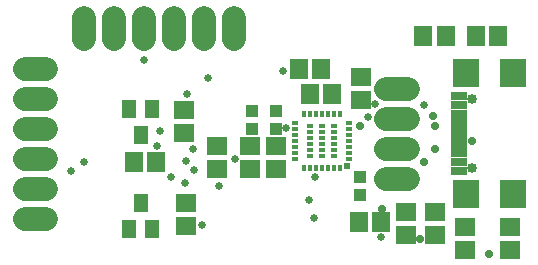
<source format=gbr>
G04 EAGLE Gerber X2 export*
%TF.Part,Single*%
%TF.FileFunction,Soldermask,Top,1*%
%TF.FilePolarity,Positive*%
%TF.GenerationSoftware,Autodesk,EAGLE,9.6.2*%
%TF.CreationDate,2022-05-14T18:51:59Z*%
G75*
%MOMM*%
%FSLAX46Y46*%
%LPD*%
%INSoldermask Top*%
%AMOC8*
5,1,8,0,0,1.08239X$1,22.5*%
G01*
%ADD10R,1.703200X1.503200*%
%ADD11R,1.503200X1.703200*%
%ADD12R,0.600000X0.300000*%
%ADD13R,0.300000X0.600000*%
%ADD14R,0.500000X0.500000*%
%ADD15C,2.032000*%
%ADD16R,1.003200X1.003200*%
%ADD17R,1.203200X1.603200*%
%ADD18R,1.353200X0.803200*%
%ADD19R,1.353200X0.503200*%
%ADD20R,2.203200X2.383200*%
%ADD21C,0.853200*%
%ADD22C,0.705600*%
%ADD23C,0.655600*%


D10*
X31242000Y14290000D03*
X31242000Y16190000D03*
D11*
X40960000Y19685000D03*
X42860000Y19685000D03*
D12*
X30240000Y9295000D03*
X30240000Y9795000D03*
X30240000Y10295000D03*
X30240000Y10795000D03*
X30240000Y11295000D03*
X30240000Y11795000D03*
X30240000Y12295000D03*
D13*
X29440000Y13095000D03*
X28940000Y13095000D03*
X28440000Y13095000D03*
X27940000Y13095000D03*
X27440000Y13095000D03*
X26940000Y13095000D03*
X26440000Y13095000D03*
D12*
X25640000Y12295000D03*
X25640000Y11795000D03*
X25640000Y11295000D03*
X25640000Y10795000D03*
X25640000Y10295000D03*
X25640000Y9795000D03*
X25640000Y9295000D03*
D13*
X26440000Y8495000D03*
X26940000Y8495000D03*
X27440000Y8495000D03*
X27940000Y8495000D03*
X28440000Y8495000D03*
X28940000Y8495000D03*
X29440000Y8495000D03*
D14*
X30042500Y8692500D03*
D12*
X28940000Y9545000D03*
X27940000Y9545000D03*
X26940000Y9545000D03*
X28940000Y10045000D03*
X27940000Y10045000D03*
X26940000Y10045000D03*
X28940000Y10545000D03*
X27940000Y10545000D03*
X26940000Y10545000D03*
X28940000Y11045000D03*
X27940000Y11045000D03*
X26940000Y11045000D03*
X28940000Y11545000D03*
X27940000Y11545000D03*
X26940000Y11545000D03*
X28940000Y12045000D03*
X27940000Y12045000D03*
X26940000Y12045000D03*
D15*
X33375600Y7620000D02*
X35204400Y7620000D01*
X35204400Y10160000D02*
X33375600Y10160000D01*
X33375600Y12700000D02*
X35204400Y12700000D01*
X35204400Y15240000D02*
X33375600Y15240000D01*
X4597400Y16891000D02*
X2768600Y16891000D01*
X2768600Y14351000D02*
X4597400Y14351000D01*
X4597400Y11811000D02*
X2768600Y11811000D01*
X2768600Y9271000D02*
X4597400Y9271000D01*
X4597400Y6731000D02*
X2768600Y6731000D01*
X2768600Y4191000D02*
X4597400Y4191000D01*
X20447000Y19405600D02*
X20447000Y21234400D01*
X17907000Y21234400D02*
X17907000Y19405600D01*
X15367000Y19405600D02*
X15367000Y21234400D01*
X12827000Y21234400D02*
X12827000Y19405600D01*
X10287000Y19405600D02*
X10287000Y21234400D01*
X7747000Y21234400D02*
X7747000Y19405600D01*
D16*
X31115000Y6235000D03*
X31115000Y7735000D03*
X21971000Y11823000D03*
X21971000Y13323000D03*
X24003000Y11823000D03*
X24003000Y13323000D03*
D17*
X12573000Y11346000D03*
X11623000Y13546000D03*
X13523000Y13546000D03*
X12573000Y5545000D03*
X13523000Y3345000D03*
X11623000Y3345000D03*
D10*
X35052000Y4760000D03*
X35052000Y2860000D03*
D11*
X31054000Y3937000D03*
X32954000Y3937000D03*
D10*
X21844000Y8448000D03*
X21844000Y10348000D03*
X24003000Y8448000D03*
X24003000Y10348000D03*
D11*
X25974000Y16891000D03*
X27874000Y16891000D03*
D10*
X19050000Y8448000D03*
X19050000Y10348000D03*
D11*
X13904000Y9017000D03*
X12004000Y9017000D03*
X28813800Y14782800D03*
X26913800Y14782800D03*
X36515000Y19685000D03*
X38415000Y19685000D03*
D10*
X16256000Y13396000D03*
X16256000Y11496000D03*
X16383000Y3622000D03*
X16383000Y5522000D03*
X40005000Y3490000D03*
X40005000Y1590000D03*
X43815000Y3490000D03*
X43815000Y1590000D03*
X37465000Y4760000D03*
X37465000Y2860000D03*
D18*
X39565000Y8230000D03*
X39565000Y9030000D03*
X39565000Y13830000D03*
X39565000Y14630000D03*
D19*
X39565000Y9680000D03*
X39565000Y13180000D03*
X39565000Y10180000D03*
X39565000Y12680000D03*
X39565000Y10680000D03*
X39565000Y12180000D03*
X39565000Y11180000D03*
X39565000Y11680000D03*
D20*
X40140000Y6320000D03*
X40140000Y16540000D03*
X44070000Y6320000D03*
X44070000Y16540000D03*
D21*
X40640000Y8540000D03*
X40640000Y14320000D03*
D22*
X33020000Y5080000D03*
D23*
X32893000Y2667000D03*
X24638000Y16764000D03*
X18288000Y16129000D03*
X31800800Y12827000D03*
D22*
X36576000Y9017000D03*
D23*
X36576000Y13843000D03*
D22*
X37465000Y10160000D03*
X36195000Y2540000D03*
X37338000Y12954000D03*
X42037000Y1270000D03*
X40640000Y10795000D03*
X37465000Y12065000D03*
X31115000Y12065000D03*
D23*
X24892000Y11938000D03*
X32385000Y13970000D03*
X15113000Y7747000D03*
X16332200Y7239000D03*
X16510000Y14808200D03*
X27305000Y7747000D03*
X17780000Y3683000D03*
X17018000Y10160000D03*
X17094200Y8382000D03*
X19202400Y6985000D03*
X26822400Y5765800D03*
X27228800Y4267200D03*
X16433800Y9067800D03*
X13970000Y10363200D03*
X12827000Y17653000D03*
X14224000Y11684000D03*
X7797800Y9017000D03*
X6680200Y8255000D03*
X20574000Y9271000D03*
M02*

</source>
